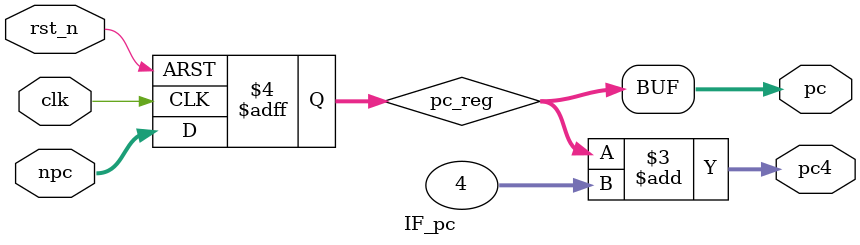
<source format=v>
`timescale 1ns / 1ps
`include "param.v"

module IF_pc(
    input clk,
    input rst_n,
    input [31:0] npc,
    output [31:0] pc,
    output [31:0] pc4
    
    );
    
    reg [31:0]pc_reg;
    always@(posedge clk or negedge rst_n )begin
    if(~rst_n)begin
        pc_reg <= -4;
  
    end
    else begin
        begin
            pc_reg = npc;   
        end
      end
    end
    assign pc=pc_reg;
    assign pc4=pc+4;
    
endmodule


</source>
